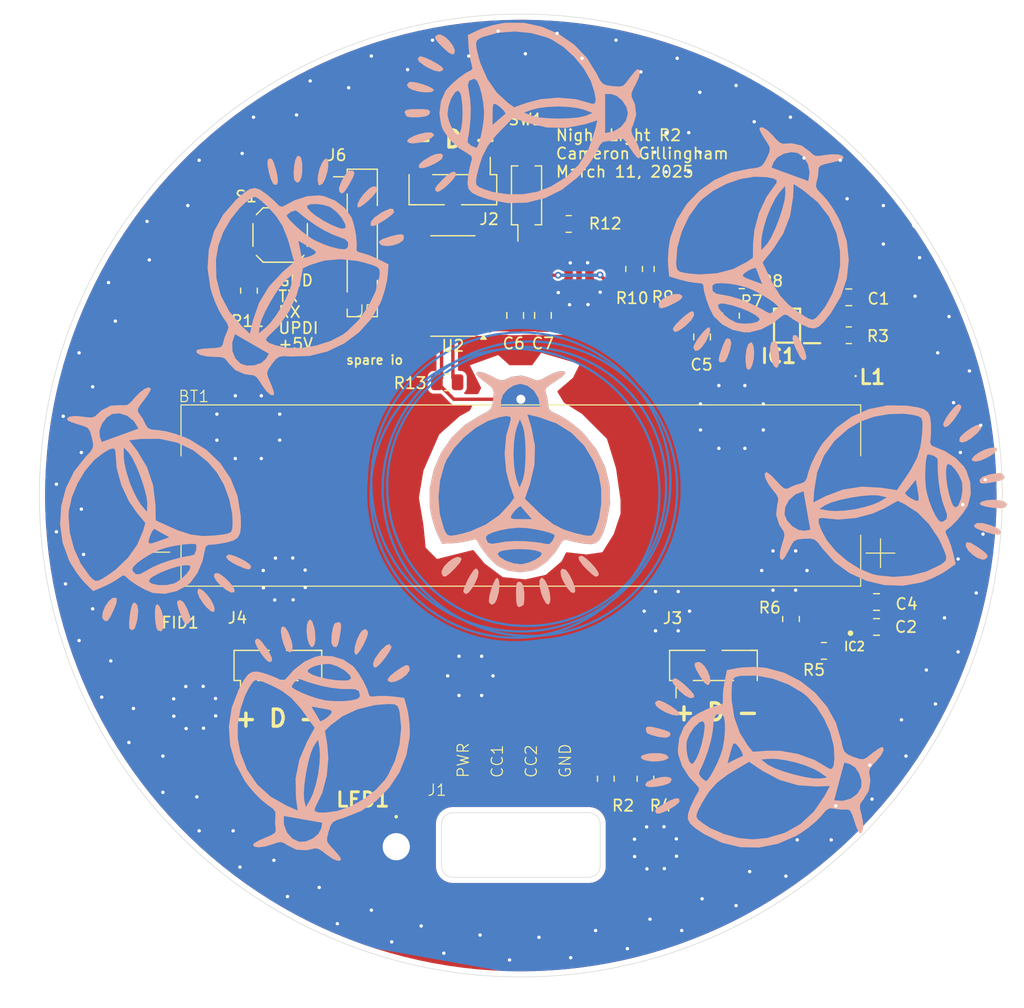
<source format=kicad_pcb>
(kicad_pcb (version 20221018) (generator pcbnew)
  (layers (0 "F.Cu" signal) (31 "B.Cu" signal) (34 "B.Paste" user) (35 "F.Paste" user) (36 "B.SilkS" user "B.Silkscreen") (37 "F.SilkS" user "F.Silkscreen") (38 "B.Mask" user) (39 "F.Mask" user) (44 "Edge.Cuts" user))
  (net 0 "")
  (net 1 "Return")
  (net 2 "VBATT")
  (net 3 "GND")
  (net 4 "+5V")
  (net 5 "Net-(IC1-LX)")
  (net 6 "Net-(IC1-EN)")
  (net 7 "Net-(IC1-FB)")
  (net 9 "Net-(IC2-VDD_1)")
  (net 10 "LED_DATA")
  (net 11 "Net-(LED1-K)")
  (net 12 "PA_1")
  (net 13 "PA_2")
  (net 14 "PA_3")
  (net 15 "TX")
  (net 16 "RX")
  (net 17 "UPDI")
  (net 18 "Send")
  (net 19 "Net-(J1-CC1)")
  (net 21 "Tilt_SW")
  (net 22 "RST_SW")
  (net 23 "Batt_M")
  (net 24 "Net-(J1-CC2)")
  (net 25 "Net-(J3-Pin_2)")
  (net 27 "Net-(IC2-STAT)")
  (net 28 "Net-(IC2-PROG)")
  (footprint "Capacitor_SMD:C_0805_2012Metric" (layer "F.Cu") (at 149.5 84.1 90)
    (fp_text reference "C6")
    (fp_text value "22uF")
  )
  (footprint "Resistor_SMD:R_0805_2012Metric" (layer "F.Cu") (at 162.5 80 -90)
    (fp_text reference "R9")
    (fp_text value "0")
  )
  (footprint "Resistor_SMD:R_0805_2012Metric" (layer "F.Cu") (at 157.5 125 -90)
    (fp_text reference "R2")
    (fp_text value "5.1k")
  )
  (footprint "Resistor_SMD:R_0805_2012Metric" (layer "F.Cu") (at 161 125 -90)
    (fp_text reference "R4")
    (fp_text value "5.1k")
  )
  (footprint "Capacitor_SMD:C_0805_2012Metric" (layer "F.Cu") (at 178.95 82.5 180)
    (fp_text reference "C1")
    (fp_text value "22uF")
  )
  (footprint "SRN2510BTA-2R2M:SRN2510BTA2R2M" (layer "F.Cu") (at 177.4 89.45 180)
    (fp_text reference "L1")
    (fp_text value "SRN2510BTA-2R2M" hide)
  )
  (footprint "Resistor_SMD:R_0805_2012Metric" (layer "F.Cu") (at 160 80 90)
    (fp_text reference "R10")
    (fp_text value "0")
  )
  (footprint "Fiducial:Fiducial_1.5mm_Mask3mm" (layer "F.Cu") (at 119.925 113.7)
    (fp_text reference "FID1")
    (fp_text value "Fiducial")
  )
  (footprint "Resistor_SMD:R_0805_2012Metric" (layer "F.Cu") (at 154.225 76.025 180)
    (fp_text reference "R12")
    (fp_text value "10k")
  )
  (footprint "Capacitor_SMD:C_0805_2012Metric" (layer "F.Cu") (at 181.4 109.4)
    (fp_text reference "C4")
    (fp_text value "4.7uF")
  )
  (footprint "Package_SO:SOIC-14_3.9x8.7mm_P1.27mm" (layer "F.Cu") (at 144 81.5 180)
    (fp_text reference "U2")
    (fp_text value "ATtiny1614-SS")
  )
  (footprint "Resistor_SMD:R_0805_2012Metric" (layer "F.Cu") (at 126 81.9125 90)
    (fp_text reference "R11")
    (fp_text value "10k")
  )
  (footprint "Resistor_SMD:R_0805_2012Metric" (layer "F.Cu") (at 173.85 110.9 90)
    (fp_text reference "R6")
    (fp_text value "1K")
  )
  (footprint "Resistor_SMD:R_0805_2012Metric" (layer "F.Cu") (at 176.755 113.7125)
    (fp_text reference "R5")
    (fp_text value "5.1K")
  )
  (footprint "Connector_PinHeader_2.54mm:PinHeader_1x03_P2.54mm_Vertical_SMD_Pin1Left" (layer "F.Cu") (at 144 73 -90)
    (fp_text reference "J2")
    (fp_text value "Conn_01x03")
  )
  (footprint "KiCad-SMTLED:INS124ARUW" (layer "F.Cu") (at 139 131)
    (fp_text reference "LED1")
    (fp_text value "IN-S124ARUW" hide)
  )
  (footprint "Resistor_SMD:R_0805_2012Metric" (layer "F.Cu") (at 168.55 84.125 -90)
    (fp_text reference "R7")
    (fp_text value "750K")
  )
  (footprint "PAM2401:SOP65P490X110-8N" (layer "F.Cu") (at 173.5 85 180)
    (fp_text reference "IC1")
    (fp_text value "PAM2401SCADJ" hide)
  )
  (footprint "PTS526_SM08_SMTR2_LFS:SW_PTS526_SM08_SMTR2_LFS" (layer "F.Cu") (at 128.75 77)
    (fp_text reference "S1")
    (fp_text value "PTS526_SM08_SMTR2_LFS")
  )
  (footprint "Connector_PinSocket_2.54mm:PinSocket_1x05_P2.54mm_Vertical_SMD_Pin1Left" (layer "F.Cu") (at 136 77.7)
    (fp_text reference "J6")
    (fp_text value "Conn_01x05_Pin")
  )
  (footprint "Connector_PinHeader_2.54mm:PinHeader_1x03_P2.54mm_Vertical_SMD_Pin1Left" (layer "F.Cu") (at 167 115 90)
    (fp_text reference "J3")
    (fp_text value "Conn_01x03")
  )
  (footprint "Connector_PinHeader_2.54mm:PinHeader_2x01_P2.54mm_Vertical_SMD" (layer "F.Cu") (at 150.5 73.5 90)
    (fp_text reference "SW1")
    (fp_text value "TILT")
  )
  (footprint "Capacitor_SMD:C_0805_2012Metric" (layer "F.Cu") (at 166 86 -90)
    (fp_text reference "C5")
    (fp_text value "22uF")
  )
  (footprint "MCP73123T-22SI_MF:SON50P300X300X100-11N-D" (layer "F.Cu") (at 177.2 110.5 180)
    (fp_text reference "IC2")
    (fp_text value "MCP73123T-22SI_MF" hide)
  )
  (footprint "myFootprintDesigns:14500 Holder" (layer "F.Cu") (at 150 100)
    (fp_text reference "BT1")
    (fp_text value "Battery_Cell")
  )
  (footprint "myFootprintDesigns:spares_1*3" (layer "F.Cu") (at 135.3 86.7)
    (fp_text reference "J5")
    (fp_text value "Conn_01x03")
  )
  (footprint "Connector_PinHeader_2.54mm:PinHeader_1x03_P2.54mm_Vertical_SMD_Pin1Left" (layer "F.Cu") (at 128.55 115 90)
    (fp_text reference "J4")
    (fp_text value "Conn_01x03")
  )
  (footprint "Resistor_SMD:R_0805_2012Metric" (layer "F.Cu") (at 143.5 90 180)
    (fp_text reference "R13")
    (fp_text value "1M")
  )
  (footprint "Capacitor_SMD:C_0805_2012Metric" (layer "F.Cu") (at 181.4 111.6)
    (fp_text reference "C2")
    (fp_text value "4.7uF")
  )
  (footprint "myFootprintDesigns:USB-C_PWR" (layer "F.Cu") (at 150 131)
    (fp_text reference "J1")
    (fp_text value "USB_C_Receptacle_PowerOnly_6P")
    (fp_line (start -7 -2) (end -7 1.7) (stroke (width 0.05)) (layer "Edge.Cuts"))
    (fp_line (start -6 2.7) (end 6 2.7) (stroke (width 0.05)) (layer "Edge.Cuts"))
    (fp_line (start 6 -3) (end -6 -3) (stroke (width 0.05)) (layer "Edge.Cuts"))
    (fp_line (start 7 -2) (end 7 1.7) (stroke (width 0.05)) (layer "Edge.Cuts"))
    (fp_arc (start -7 -2) (mid -6.707107 -2.707107) (end -6 -3) (stroke (width 0.05)) (layer "Edge.Cuts"))
    (fp_arc (start -6 2.7) (mid -6.707107 2.407107) (end -7 1.7) (stroke (width 0.05)) (layer "Edge.Cuts"))
    (fp_arc (start 6 -3) (mid 6.707107 -2.707107) (end 7 -2) (stroke (width 0.05)) (layer "Edge.Cuts"))
    (fp_arc (start 7 1.7) (mid 6.707107 2.407107) (end 6 2.7) (stroke (width 0.05)) (layer "Edge.Cuts"))
  )
  (footprint "Resistor_SMD:R_0805_2012Metric" (layer "F.Cu") (at 178.95 85.85 180)
    (fp_text reference "R3")
    (fp_text value "750K")
  )
  (footprint "Capacitor_SMD:C_0805_2012Metric" (layer "F.Cu") (at 151.95 84.1 90)
    (fp_text reference "C7")
    (fp_text value "0.1uF")
  )
  (footprint "Resistor_SMD:R_0805_2012Metric" (layer "F.Cu") (at 169.5 81 180)
    (fp_text reference "R8")
    (fp_text value "100K")
  )
  (footprint "myFootprintDesigns:fireflyTouchNB" (layer "B.Cu") (at 171.45 77.47 160)
    (fp_text reference "U5" hide)
    (fp_text value "~")
  )
  (footprint "myFootprintDesigns:fireflyTouchNB" (layer "B.Cu") (at 181.44969 100.403849 -80)
    (fp_text reference "U4" hide)
    (fp_text value "~")
  )
  (footprint "myFootprintDesigns:fireflyTouchNB" (layer "B.Cu") (at 151.180084 66.103792 90)
    (fp_text reference "U3" hide)
    (fp_text value "~")
  )
  (footprint "myFootprintDesigns:fireflyTouchNB" (layer "B.Cu") (at 116.6 100.625 -160)
    (fp_text reference "U7" hide)
    (fp_text value "~")
  )
  (footprint "myFootprintDesigns:fireflyTouchNB" (layer "B.Cu") (at 132.025 122.45 -10)
    (fp_text reference "U9" hide)
    (fp_text value "~")
  )
  (footprint "myFootprintDesigns:fireflyTouchNB" (layer "B.Cu") (at 172.1 123.45 75)
    (fp_text reference "U8" hide)
    (fp_text value "~")
  )
  (footprint "myFootprintDesigns:fireflyTouch" (layer "B.Cu") (at 150 100 180)
    (fp_text reference "B1" hide)
    (fp_text value "~")
  )
  (footprint "myFootprintDesigns:fireflyTouchNB" (layer "B.Cu") (at 129.54 81.28 -30)
    (fp_text reference "U6" hide)
    (fp_text value "~")
  )
  (gr_circle (center 150.513003 99.2) (end 138.200177 99.266118) (stroke (width 0.2)) (fill none) (layer "B.Cu"))
  (gr_circle (center 150 98.8) (end 163.2 98.8) (stroke (width 0.2)) (fill none) (layer "B.Cu"))
  (gr_circle (center 150.8 99.4) (end 163.8 99.4) (stroke (width 0.2)) (fill none) (layer "B.Cu"))
  (gr_circle (center 149.486997 99.8) (end 162.236997 99.8) (stroke (width 0.2)) (fill none) (layer "B.Cu"))
  (gr_circle locked (center 185 76) (end 185.000001 76) (stroke (width 0.05)) (fill none) (layer "Edge.Cuts"))
  (gr_circle (center 150 100) (end 192.5 100) (stroke (width 0.05)) (fill none) (layer "Edge.Cuts"))
  (gr_text "GND\n" (at 128.5 81.6) (layer "F.SilkS") (effects (font (size 1 1)) (justify left bottom)))
  (gr_text "TX\n" (at 128.5 83) (layer "F.SilkS") (effects (font (size 1 1)) (justify left bottom)))
  (gr_text "+5V\n" (at 128.5 87.2) (layer "F.SilkS") (effects (font (size 1 1)) (justify left bottom)))
  (gr_text "- D +" (at 140.1 69.425) (layer "F.SilkS") (effects (font (size 1.5 1.5) (thickness 0.3) bold) (justify left bottom)))
  (gr_text "spare io" (at 134.5 88.5) (layer "F.SilkS") (effects (font (size 0.8 0.8) (thickness 0.15) bold) (justify left bottom)))
  (gr_text "RX\n\n" (at 128.5 86) (layer "F.SilkS") (effects (font (size 1 1)) (justify left bottom)))
  (gr_text "UPDI\n" (at 128.5 85.8) (layer "F.SilkS") (effects (font (size 1 1)) (justify left bottom)))
  (gr_text "+ D -" (at 124.6 120.55) (layer "F.SilkS") (effects (font (size 1.5 1.5) (thickness 0.3) bold) (justify left bottom)))
  (gr_text "+ D -" (at 163.275 120) (layer "F.SilkS") (effects (font (size 1.5 1.5) (thickness 0.3) bold) (justify left bottom)))
  (gr_text "Night Light R2\nCameron Gillingham\nMarch 11, 2025" (at 153 72) (layer "F.SilkS") (effects (font (size 1 1)) (justify left bottom)))
  (segment (start 143 84.000001) (end 143 89.5875) (width 0.3) (layer "F.Cu") (net 1))
  (segment (start 146.475 81.5) (end 145.500001 81.5) (width 0.3) (layer "F.Cu") (net 1))
  (segment (start 142.5875 90) (end 144.0875 91.5) (width 0.3) (layer "F.Cu") (net 1))
  (segment (start 144.0875 91.5) (end 150 91.5) (width 0.3) (layer "F.Cu") (net 1))
  (segment (start 143 89.5875) (end 142.5875 90) (width 0.3) (layer "F.Cu") (net 1))
  (segment (start 145.500001 81.5) (end 143 84.000001) (width 0.3) (layer "F.Cu") (net 1))
  (segment (start 178.8375 79.0875) (end 179.9 80.15) (width 0.3) (layer "F.Cu") (net 2))
  (segment (start 162.5 79.0875) (end 178.8375 79.0875) (width 0.3) (layer "F.Cu") (net 2))
  (segment (start 179.9 80.15) (end 179.9 82.5) (width 0.3) (layer "F.Cu") (net 2))
  (segment (start 178.725 93) (end 178.775 93.05) (width 0.5) (layer "F.Cu") (net 2))
  (via (at 162.82 71.43) (size 0.6) (drill 0.3) (layers "F.Cu" "B.Cu") (net 3))
  (via (at 153.304621 82.082249) (size 0.6) (drill 0.3) (layers "F.Cu" "B.Cu") (net 3))
  (via (at 127.274621 108.147093) (size 0.6) (drill 0.3) (layers "F.Cu" "B.Cu") (net 3))
  (via (at 188.6 113.8) (size 0.6) (drill 0.3) (layers "F.Cu" "B.Cu") (net 3))
  (via (at 119.35 117.95) (size 0.6) (drill 0.3) (layers "F.Cu" "B.Cu") (net 3))
  (via (at 186.6 118.4) (size 0.6) (drill 0.3) (layers "F.Cu" "B.Cu") (net 3))
  (via (at 155.4 61.4) (size 0.6) (drill 0.3) (layers "F.Cu" "B.Cu") (net 3))
  (via (at 120.6 74.4) (size 0.6) (drill 0.3) (layers "F.Cu" "B.Cu") (net 3))
  (via (at 154.364169 79.459777) (size 0.6) (drill 0.3) (layers "F.Cu" "B.Cu") (net 3))
  (via (at 189.6 89) (size 0.6) (drill 0.3) (layers "F.Cu" "B.Cu") (net 3))
  (via (at 119.363359 119.480675) (size 0.6) (drill 0.3) (layers "F.Cu" "B.Cu") (net 3))
  (via (at 117.2 79.2) (size 0.6) (drill 0.3) (layers "F.Cu" "B.Cu") (net 3))
  (via (at 128.709998 92.813898) (size 0.6) (drill 0.3) (layers "F.Cu" "B.Cu") (net 3))
  (via (at 160.031262 130.341574) (size 0.6) (drill 0.3) (layers "F.Cu" "B.Cu") (net 3))
  (via (at 169.776412 90.29031) (size 0.6) (drill 0.3) (layers "F.Cu" "B.Cu") (net 3))
  (via (at 165.8 64.4) (size 0.6) (drill 0.3) (layers "F.Cu" "B.Cu") (net 3))
  (via (at 123.045379 117.917751) (size 0.6) (drill 0.3) (layers "F.Cu" "B.Cu") (net 3))
  (via (at 125.4 69.8) (size 0.6) (drill 0.3) (layers "F.Cu" "B.Cu") (net 3))
  (via (at 153.2 59.2) (size 0.6) (drill 0.3) (layers "F.Cu" "B.Cu") (net 3))
  (via (at 171.26 106.62) (size 0.6) (drill 0.3) (layers "F.Cu" "B.Cu") (net 3))
  (via (at 190.8 103.4) (size 0.6) (drill 0.3) (layers "F.Cu" "B.Cu") (net 3))
  (via (at 178.2 70.4) (size 0.6) (drill 0.3) (layers "F.Cu" "B.Cu") (net 3))
  (via (at 181 126.8) (size 0.6) (drill 0.3) (layers "F.Cu" "B.Cu") (net 3))
  (via (at 171.4 94.21) (size 0.6) (drill 0.3) (layers "F.Cu" "B.Cu") (net 3))
  (via (at 184 123) (size 0.6) (drill 0.3) (layers "F.Cu" "B.Cu") (net 3))
  (via (at 120.448738 120.568426) (size 0.6) (drill 0.3) (layers "F.Cu" "B.Cu") (net 3))
  (via (at 127.086412 91.19031) (size 0.6) (drill 0.3) (layers "F.Cu" "B.Cu") (net 3))
  (via (at 143.2 140.4) (size 0.6) (drill 0.3) (layers "F.Cu" "B.Cu") (net 3))
  (via (at 136.8 136.6) (size 0.6) (drill 0.3) (layers "F.Cu" "B.Cu") (net 3))
  (via (at 109.8 107.8) (size 0.6) (drill 0.3) (layers "F.Cu" "B.Cu") (net 3))
  (via (at 138.6 139.4) (size 0.6) (drill 0.3) (layers "F.Cu" "B.Cu") (net 3))
  (via (at 191 98.6) (size 0.6) (drill 0.3) (layers "F.Cu" "B.Cu") (net 3))
  (via (at 112.2 90.4) (size 0.6) (drill 0.3) (layers "F.Cu" "B.Cu") (net 3))
  (via (at 118.4 126.2) (size 0.6) (drill 0.3) (layers "F.Cu" "B.Cu") (net 3))
  (via (at 164.2 138.4) (size 0.6) (drill 0.3) (layers "F.Cu" "B.Cu") (net 3))
  (via (at 173.4 133.6) (size 0.6) (drill 0.3) (layers "F.Cu" "B.Cu") (net 3))
  (via (at 164.82 67.965898) (size 0.6) (drill 0.3) (layers "F.Cu" "B.Cu") (net 3))
  (via (at 109.6 93) (size 0.6) (drill 0.3) (layers "F.Cu" "B.Cu") (net 3))
  (via (at 178.8 73.8) (size 0.6) (drill 0.3) (layers "F.Cu" "B.Cu") (net 3))
  (via (at 170.2 133.2) (size 0.6) (drill 0.3) (layers "F.Cu" "B.Cu") (net 3))
  (via (at 114.2 84.6) (size 0.6) (drill 0.3) (layers "F.Cu" "B.Cu") (net 3))
  (via (at 166 135.6) (size 0.6) (drill 0.3) (layers "F.Cu" "B.Cu") (net 3))
  (via (at 151.6 139) (size 0.6) (drill 0.3) (layers "F.Cu" "B.Cu") (net 3))
  (via (at 163.726641 130.309325) (size 0.6) (drill 0.3) (layers "F.Cu" "B.Cu") (net 3))
  (via (at 162.82 67.965898) (size 0.6) (drill 0.3) (layers "F.Cu" "B.Cu") (net 3))
  (via (at 128.71 95.11) (size 0.6) (drill 0.3) (layers "F.Cu" "B.Cu") (net 3))
  (via (at 164.89 110.207949) (size 0.6) (drill 0.3) (layers "F.Cu" "B.Cu") (net 3))
  (via (at 183.6 119.8) (size 0.6) (drill 0.3) (layers "F.Cu" "B.Cu") (net 3))
  (via (at 123.166722 92.813898) (size 0.6) (drill 0.3) (layers "F.Cu" "B.Cu") (net 3))
  (via (at 121.4 126.6) (size 0.6) (drill 0.3) (layers "F.Cu" "B.Cu") (net 3))
  (via (at 113 117.8) (size 0.6) (drill 0.3) (layers "F.Cu" "B.Cu") (net 3))
  (via (at 187.4 110.8) (size 0.6) (drill 0.3) (layers "F.Cu" "B.Cu") (net 3))
  (via (at 160.6 62.6) (size 0.6) (drill 0.3) (layers "F.Cu" "B.Cu") (net 3))
  (via (at 155.894844 79.446418) (size 0.6) (drill 0.3) (layers "F.Cu" "B.Cu") (net 3))
  (via (at 161.4 137.4) (size 0.6) (drill 0.3) (layers "F.Cu" "B.Cu") (net 3))
  (via (at 136.8 61.2) (size 0.6) (drill 0.3) (layers "F.Cu" "B.Cu") (net 3))
  (via (at 165.856722 91.913898) (size 0.6) (drill 0.3) (layers "F.Cu" "B.Cu") (net 3))
  (via (at 111 112.8) (size 0.6) (drill 0.3) (layers "F.Cu" "B.Cu") (net 3))
  (via (at 111.4 105.2) (size 0.6) (drill 0.3) (layers "F.Cu" "B.Cu") (net 3))
  (via (at 124.79031 96.733588) (size 0.6) (drill 0.3) (layers "F.Cu" "B.Cu") (net 3))
  (via (at 190.6 93.8) (size 0.6) (drill 0.3) (layers "F.Cu" "B.Cu") (net 3))
  (via (at 129.897093 109.206641) (size 0.6) (drill 0.3) (layers "F.Cu" "B.Cu") (net 3))
  (via (at 188.6 105.6) (size 0.6) (drill 0.3) (layers "F.Cu" "B.Cu") (net 3))
  (via (at 163.89 111.94) (size 0.6) (drill 0.3) (layers "F.Cu" "B.Cu") (net 3))
  (via (at 121.953582 116.844844) (size 0.6) (drill 0.3) (layers "F.Cu" "B.Cu") (net 3))
  (via (at 155.927093 83.141797) (size 0.6) (drill 0.3) (layers "F.Cu" "B.Cu") (net 3))
  (via (at 169 63.8) (size 0.6) (drill 0.3) (layers "F.Cu" "B.Cu") (net 3))
  (via (at 147.54 115.917949) (size 0.6) (drill 0.3) (layers "F.Cu" "B.Cu") (net 3))
  (via (at 148 59) (size 0.6) (drill 0.3) (layers "F.Cu" "B.Cu") (net 3))
  (via (at 111 87.4) (size 0.6) (drill 0.3) (layers "F.Cu" "B.Cu") (net 3))
  (via (at 112.2 110) (size 0.6) (drill 0.3) (layers "F.Cu" "B.Cu") (net 3))
  (via (at 121.6 70.4) (size 0.6) (drill 0.3) (layers "F.Cu" "B.Cu") (net 3))
  (via (at 125.2 132.8) (size 0.6) (drill 0.3) (layers "F.Cu" "B.Cu") (net 3))
  (via (at 146.54 117.65) (size 0.6) (drill 0.3) (layers "F.Cu" "B.Cu") (net 3))
  (via (at 131.4 63.4) (size 0.6) (drill 0.3) (layers "F.Cu" "B.Cu") (net 3))
  (via (at 162.634844 129.236418) (size 0.6) (drill 0.3) (layers "F.Cu" "B.Cu") (net 3))
  (via (at 142.2 59.8) (size 0.6) (drill 0.3) (layers "F.Cu" "B.Cu") (net 3))
  (via (at 159.4 140) (size 0.6) (drill 0.3) (layers "F.Cu" "B.Cu") (net 3))
  (via (at 123.058738 119.448426) (size 0.6) (drill 0.3) (layers "F.Cu" "B.Cu") (net 3))
  (via (at 160.89 110.207949) (size 0.6) (drill 0.3) (layers "F.Cu" "B.Cu") (net 3))
  (via (at 161.89 111.94) (size 0.6) (drill 0.3) (layers "F.Cu" "B.Cu") (net 3))
  (via (at 186.8 87.4) (size 0.6) (drill 0.3) (layers "F.Cu" "B.Cu") (net 3))
  (via (at 126.4 66.6) (size 0.6) (drill 0.3) (layers "F.Cu" "B.Cu") (net 3))
  (via (at 164.82 71.43) (size 0.6) (drill 0.3) (layers "F.Cu" "B.Cu") (net 3))
  (via (at 124.6 129.6) (size 0.6) (drill 0.3) (layers "F.Cu" "B.Cu") (net 3))
  (via (at 175.26 106.62) (size 0.6) (drill 0.3) (layers "F.Cu" "B.Cu") (net 3))
  (via (at 169 136.2) (size 0.6) (drill 0.3) (layers "F.Cu" "B.Cu") (net 3))
  (via (at 172.26 108.352051) (size 0.6) (drill 0.3) (layers "F.Cu" "B.Cu") (net 3))
  (via (at 173.8 66.6) (size 0.6) (drill 0.3) (layers "F.Cu" "B.Cu") (net 3))
  (via (at 157 82.05) (size 0.6) (drill 0.3) (layers "F.Cu" "B.Cu") (net 3))
  (via (at 127.261262 106.616418) (size 0.6) (drill 0.3) (layers "F.Cu" "B.Cu") (net 3))
  (via (at 117 75.8) (size 0.6) (drill 0.3) (layers "F.Cu" "B.Cu") (net 3))
  (via (at 154.4 140.8) (size 0.6) (drill 0.3) (layers "F.Cu" "B.Cu") (net 3))
  (via (at 129.4 135.4) (size 0.6) (drill 0.3) (layers "F.Cu" "B.Cu") (net 3))
  (via (at 146.54 114.185898) (size 0.6) (drill 0.3) (layers "F.Cu" "B.Cu") (net 3))
  (via (at 140 62.4) (size 0.6) (drill 0.3) (layers "F.Cu" "B.Cu") (net 3))
  (via (at 120.422907 116.858203) (size 0.6) (drill 0.3) (layers "F.Cu" "B.Cu") (net 3))
  (via (at 161.89 108.475898) (size 0.6) (drill 0.3) (layers "F.Cu" "B.Cu") (net 3))
  (via (at 128.27 109.22) (size 0.6) (drill 0.3) (layers "F.Cu" "B.Cu") (net 3))
  (via (at 111.2 96.2) (size 0.6) (drill 0.3) (layers "F.Cu" "B.Cu") (net 3))
  (via (at 180.8 123.8) (size 0.6) (drill 0.3) (layers "F.Cu" "B.Cu") (net 3))
  (via (at 160.044621 131.872249) (size 0.6) (drill 0.3) (layers "F.Cu" "B.Cu") (net 3))
  (via (at 111.2 101.2) (size 0.6) (drill 0.3) (layers "F.Cu" "B.Cu") (net 3))
  (via (at 170.6 67) (size 0.6) (drill 0.3) (layers "F.Cu" "B.Cu") (net 3))
  (via (at 189 100.8) (size 0.6) (drill 0.3) (layers "F.Cu" "B.Cu") (net 3))
  (via (at 115.8 118.8) (size 0.6) (drill 0.3) (layers "F.Cu" "B.Cu") (net 3))
  (via (at 169.776412 95.833586) (size 0.6) (drill 0.3) (layers "F.Cu" "B.Cu") (net 3))
  (via (at 143.54 115.917949) (size 0.6) (drill 0.3) (layers "F.Cu" "B.Cu") (net 3))
  (via (at 174.26 108.352051) (size 0.6) (drill 0.3) (layers "F.Cu" "B.Cu") (net 3))
  (via (at 184.8 82.4) (size 0.6) (drill 0.3) (layers "F.Cu" "B.Cu") (net 3))
  (via (at 158.4 59.8) (size 0.6) (drill 0.3) (layers "F.Cu" "B.Cu") (net 3))
  (via (at 128.334169 105.524621) (size 0.6) (drill 0.3) (layers "F.Cu" "B.Cu") (net 3))
  (via (at 161.13 132.96) (size 0.6) (drill 0.3) (layers "F.Cu" "B.Cu") (net 3))
  (via (at 141.2 138) (size 0.6) (drill 0.3) (layers "F.Cu" "B.Cu") (net 3))
  (via (at 132.2 134.6) (size 0.6) (drill 0.3) (layers "F.Cu" "B.Cu") (net 3))
  (via (at 115.4 121.8) (size 0.6) (drill 0.3) (layers "F.Cu" "B.Cu") (net 3))
  (via (at 185.8 115.4) (size 0.6) (drill 0.3) (layers "F.Cu" "B.Cu") (net 3))
  (via (at 130.97 108.114844) (size 0.6) (drill 0.3) (layers "F.Cu" "B.Cu") (net 3))
  (via (at 171.399998 91.913898) (size 0.6) (drill 0.3) (layers "F.Cu" "B.Cu") (net 3))
  (via (at 113.6 81.2) (size 0.6) (drill 0.3) (layers "F.Cu" "B.Cu") (net 3))
  (via (at 144.54 117.65) (size 0.6) (drill 0.3) (layers "F.Cu" "B.Cu") (net 3))
  (via (at 187.8 84.2) (size 0.6) (drill 0.3) (layers "F.Cu" "B.Cu") (net 3))
  (via (at 175 70.2) (size 0.6) (drill 0.3) (layers "F.Cu" "B.Cu") (net 3))
  (via (at 188.8 96.2) (size 0.6) (drill 0.3) (layers "F.Cu" "B.Cu") (net 3))
  (via (at 109 103.2) (size 0.6) (drill 0.3) (layers "F.Cu" "B.Cu") (net 3))
  (via (at 165.82 69.697949) (size 0.6) (drill 0.3) (layers "F.Cu" "B.Cu") (net 3))
  (via (at 156.6 138.4) (size 0.6) (drill 0.3) (layers "F.Cu" "B.Cu") (net 3))
  (via (at 185.2 79) (size 0.6) (drill 0.3) (layers "F.Cu" "B.Cu") (net 3))
  (via (at 129.864844 105.511262) (size 0.6) (drill 0.3) (layers "F.Cu" "B.Cu") (net 3))
  (via (at 124.79031 91.190312) (size 0.6) (drill 0.3) (layers "F.Cu" "B.Cu") (net 3))
  (via (at 163.8 61.4) (size 0.6) (drill 0.3) (layers "F.Cu" "B.Cu") (net 3))
  (via (at 174.4 130.4) (size 0.6) (drill 0.3) (layers "F.Cu" "B.Cu") (net 3))
  (via (at 163.74 131.84) (size 0.6) (drill 0.3) (layers "F.Cu" "B.Cu") (net 3))
  (via (at 118.4 123) (size 0.6) (drill 0.3) (layers "F.Cu" "B.Cu") (net 3))
  (via (at 149 141) (size 0.6) (drill 0.3) (layers "F.Cu" "B.Cu") (net 3))
  (via (at 128.2 132.2) (size 0.6) (drill 0.3) (layers "F.Cu" "B.Cu") (net 3))
  (via (at 121.985831 120.540223) (size 0.6) (drill 0.3) (layers "F.Cu" "B.Cu") (net 3))
  (via (at 165.856724 94.21) (size 0.6) (drill 0.3) (layers "F.Cu" "B.Cu") (net 3))
  (via (at 134.8 64) (size 0.6) (drill 0.3) (layers "F.Cu" "B.Cu") (net 3))
  (via (at 177.8 127.4) (size 0.6) (drill 0.3) (layers "F.Cu" "B.Cu") (net 3))
  (via (at 177.4 130.4) (size 0.6) (drill 0.3) (layers "F.Cu" "B.Cu") (net 3))
  (via (at 154.3 83.155156) (size 0.6) (drill 0.3) (layers "F.Cu" "B.Cu") (net 3))
  (via (at 182 77.8) (size 0.6) (drill 0.3) (layers "F.Cu" "B.Cu") (net 3))
  (via (at 144.54 114.185898) (size 0.6) (drill 0.3) (layers "F.Cu" "B.Cu") (net 3))
  (via (at 145.4 61.2) (size 0.6) (drill 0.3) (layers "F.Cu" "B.Cu") (net 3))
  (via (at 127.086412 96.733586) (size 0.6) (drill 0.3) (layers "F.Cu" "B.Cu") (net 3))
  (via (at 161.82 69.697949) (size 0.6) (drill 0.3) (layers "F.Cu" "B.Cu") (net 3))
  (via (at 182 74.4) (size 0.6) (drill 0.3) (layers "F.Cu" "B.Cu") (net 3))
  (via (at 130.2 66.4) (size 0.6) (drill 0.3) (layers "F.Cu" "B.Cu") (net 3))
  (via (at 190.2 108.6) (size 0.6) (drill 0.3) (layers "F.Cu" "B.Cu") (net 3))
  (via (at 188.2 91.8) (size 0.6) (drill 0.3) (layers "F.Cu" "B.Cu") (net 3))
  (via (at 172.26 104.887949) (size 0.6) (drill 0.3) (layers "F.Cu" "B.Cu") (net 3))
  (via (at 146.4 138.8) (size 0.6) (drill 0.3) (layers "F.Cu" "B.Cu") (net 3))
  (via (at 163.89 108.475898) (size 0.6) (drill 0.3) (layers "F.Cu" "B.Cu") (net 3))
  (via (at 130.956641 106.584169) (size 0.6) (drill 0.3) (layers "F.Cu" "B.Cu") (net 3))
  (via (at 113.8 114.6) (size 0.6) (drill 0.3) (layers "F.Cu" "B.Cu") (net 3))
  (via (at 167.48031 95.833588) (size 0.6) (drill 0.3) (layers "F.Cu" "B.Cu") (net 3))
  (via (at 174.26 104.887949) (size 0.6) (drill 0.3) (layers "F.Cu" "B.Cu") (net 3))
  (via (at 133.8 137.8) (size 0.6) (drill 0.3) (layers "F.Cu" "B.Cu") (net 3))
  (via (at 109 99) (size 0.6) (drill 0.3) (layers "F.Cu" "B.Cu") (net 3))
  (via (at 167.48031 90.290312) (size 0.6) (drill 0.3) (layers "F.Cu" "B.Cu") (net 3))
  (via (at 161.104169 129.249777) (size 0.6) (drill 0.3) (layers "F.Cu" "B.Cu") (net 3))
  (via (at 123.166724 95.11) (size 0.6) (drill 0.3) (layers "F.Cu" "B.Cu") (net 3))
  (via (at 162.667093 132.931797) (size 0.6) (drill 0.3) (layers "F.Cu" "B.Cu") (net 3))
  (via (at 121.6 129.6) (size 0.6) (drill 0.3) (layers "F.Cu" "B.Cu") (net 3))
  (via (at 150.4 61) (size 0.6) (drill 0.3) (layers "F.Cu" "B.Cu") (net 3))
  (segment (start 155.1375 76.025) (end 155.1375 85.0625) (width 0.5) (layer "F.Cu") (net 4))
  (segment (start 166.345 116.655) (end 164.46 116.655) (width 0.5) (layer "F.Cu") (net 4))
  (segment (start 168.55 85.0375) (end 168.55 114.45) (width 0.5) (layer "F.Cu") (net 4))
  (segment (start 155.1375 76.025) (end 155.1375 74.6375) (width 0.5) (layer "F.Cu") (net 4))
  (segment (start 164.46 116.655) (end 162.39 118.725) (width 0.5) (layer "F.Cu") (net 4))
  (segment (start 126 116.645) (end 126.01 116.655) (width 0.5) (layer "F.Cu") (net 4))
  (segment (start 168.55 114.45) (end 166.345 116.655) (width 0.5) (layer "F.Cu") (net 4))
  (segment (start 126 82.825) (end 126 116.645) (width 0.5) (layer "F.Cu") (net 4))
  (segment (start 128.08 118.725) (end 126.01 116.655) (width 0.5) (layer "F.Cu") (net 4))
  (segment (start 148.745 73.55) (end 146.54 71.345) (width 0.5) (layer "F.Cu") (net 4))
  (segment (start 155.1375 74.6375) (end 154.05 73.55) (width 0.5) (layer "F.Cu") (net 4))
  (segment (start 126.045 82.78) (end 126 82.825) (width 0.5) (layer "F.Cu") (net 4))
  (segment (start 162.39 118.725) (end 128.08 118.725) (width 0.5) (layer "F.Cu") (net 4))
  (segment (start 154.05 73.55) (end 148.745 73.55) (width 0.5) (layer "F.Cu") (net 4))
  (segment (start 134.35 82.78) (end 126.045 82.78) (width 0.5) (layer "F.Cu") (net 4))
  (segment (start 177.9125 85.325) (end 177.9875 85.4) (width 0.3) (layer "F.Cu") (net 6))
  (segment (start 175.712 85.325) (end 177.9125 85.325) (width 0.3) (layer "F.Cu") (net 6))
  (segment (start 168.55 81.0375) (end 168.5875 81) (width 0.3) (layer "F.Cu") (net 7))
  (segment (start 169.0875 84.025) (end 168.55 83.4875) (width 0.3) (layer "F.Cu") (net 7))
  (segment (start 168.55 83.4875) (end 168.55 81.0375) (width 0.3) (layer "F.Cu") (net 7))
  (segment (start 171.288 84.025) (end 169.0875 84.025) (width 0.3) (layer "F.Cu") (net 7))
  (segment (start 139 132.56) (end 139.925 132.56) (width 0.3) (layer "F.Cu") (net 9))
  (segment (start 147.05 120.95) (end 145.5 122.5) (width 0.5) (layer "F.Cu") (net 9))
  (segment (start 145.5 122.5) (end 145.5 125.8685) (width 0.5) (layer "F.Cu") (net 9))
  (segment (start 180.45 118.775) (end 178.275 120.95) (width 0.5) (layer "F.Cu") (net 9))
  (segment (start 139.925 132.56) (end 140.85 131.635) (width 0.3) (layer "F.Cu") (net 9))
  (segment (start 140.85 127.3) (end 142.15 126) (width 0.3) (layer "F.Cu") (net 9))
  (segment (start 178.275 120.95) (end 147.05 120.95) (width 0.5) (layer "F.Cu") (net 9))
  (segment (start 180.45 111.95) (end 180.45 118.775) (width 0.5) (layer "F.Cu") (net 9))
  (segment (start 140.85 131.635) (end 140.85 127.3) (width 0.3) (layer "F.Cu") (net 9))
  (segment (start 142.15 126) (end 145.5 126) (width 0.3) (layer "F.Cu") (net 9))
  (segment (start 144 76.5) (end 142.81 77.69) (width 0.3) (layer "F.Cu") (net 10))
  (segment (start 142.81 77.69) (end 141.525 77.69) (width 0.3) (layer "F.Cu") (net 10))
  (segment (start 144 74.655) (end 144 76.5) (width 0.3) (layer "F.Cu") (net 10))
  (segment (start 173.85 118.275) (end 172.275 119.85) (width 0.3) (layer "F.Cu") (net 11))
  (segment (start 139 121.175) (end 139 129.44) (width 0.3) (layer "F.Cu") (net 11))
  (segment (start 140.325 119.85) (end 139 121.175) (width 0.3) (layer "F.Cu") (net 11))
  (segment (start 172.275 119.85) (end 140.325 119.85) (width 0.3) (layer "F.Cu") (net 11))
  (segment (start 173.85 111.8125) (end 173.85 118.275) (width 0.3) (layer "F.Cu") (net 11))
  (segment (start 141.525 81.5) (end 140.5 81.5) (width 0.3) (layer "F.Cu") (net 12))
  (segment (start 140.5 81.5) (end 135.3 86.7) (width 0.3) (layer "F.Cu") (net 12))
  (segment (start 141.525 82.77) (end 140.73 82.77) (width 0.3) (layer "F.Cu") (net 13))
  (segment (start 140.73 82.77) (end 136.8 86.7) (width 0.3) (layer "F.Cu") (net 13))
  (segment (start 140.96 84.04) (end 138.3 86.7) (width 0.3) (layer "F.Cu") (net 14))
  (segment (start 141.525 84.04) (end 140.96 84.04) (width 0.3) (layer "F.Cu") (net 14))
  (segment (start 142.935 72.325) (end 140.1 75.16) (width 0.3) (layer "F.Cu") (net 15))
  (segment (start 144.832106 72.325) (end 142.935 72.325) (width 0.3) (layer "F.Cu") (net 15))
  (segment (start 145.5 72.992894) (end 144.832106 72.325) (width 0.3) (layer "F.Cu") (net 15))
  (segment (start 146.475 77.69) (end 145.5 76.715) (width 0.3) (layer "F.Cu") (net 15))
  (segment (start 140.1 75.16) (end 137.65 75.16) (width 0.3) (layer "F.Cu") (net 15))
  (segment (start 145.5 76.715) (end 145.5 72.992894) (width 0.3) (layer "F.Cu") (net 15))
  (segment (start 145 78.459999) (end 145.500001 78.96) (width 0.3) (layer "F.Cu") (net 16))
  (segment (start 134.35 77.7) (end 138.5 77.7) (width 0.3) (layer "F.Cu") (net 16))
  (segment (start 145 73.2) (end 145 78.459999) (width 0.3) (layer "F.Cu") (net 16))
  (segment (start 143.375 72.825) (end 144.625 72.825) (width 0.3) (layer "F.Cu") (net 16))
  (segment (start 145.500001 78.96) (end 146.475 78.96) (width 0.3) (layer "F.Cu") (net 16))
  (segment (start 138.5 77.7) (end 143.375 72.825) (width 0.3) (layer "F.Cu") (net 16))
  (segment (start 144.625 72.825) (end 145 73.2) (width 0.3) (layer "F.Cu") (net 16))
  (segment (start 141.525 80.23) (end 137.66 80.23) (width 0.3) (layer "F.Cu") (net 17))
  (segment (start 137.66 80.23) (end 137.65 80.24) (width 0.3) (layer "F.Cu") (net 17))
  (segment (start 145.500001 82.77) (end 144 84.270001) (width 0.3) (layer "F.Cu") (net 18))
  (segment (start 144 89.5875) (end 144.4125 90) (width 0.3) (layer "F.Cu") (net 18))
  (segment (start 146.475 82.77) (end 145.500001 82.77) (width 0.3) (layer "F.Cu") (net 18))
  (segment (start 144 84.270001) (end 144 89.5875) (width 0.3) (layer "F.Cu") (net 18))
  (segment (start 159.4125 122.5) (end 161 124.0875) (width 0.3) (layer "F.Cu") (net 19))
  (segment (start 151.8685 122.5) (end 159.4125 122.5) (width 0.3) (layer "F.Cu") (net 19))
  (segment (start 148.5 125.8685) (end 151.8685 122.5) (width 0.3) (layer "F.Cu") (net 19))
  (segment (start 150.5 77.179999) (end 150.5 76.025) (width 0.3) (layer "F.Cu") (net 21))
  (segment (start 150.5 76.025) (end 153.3125 76.025) (width 0.3) (layer "F.Cu") (net 21))
  (segment (start 147.449999 80.23) (end 150.5 77.179999) (width 0.3) (layer "F.Cu") (net 21))
  (segment (start 146.475 80.23) (end 147.449999 80.23) (width 0.3) (layer "F.Cu") (net 21))
  (segment (start 150.525 76) (end 150.5 76.025) (width 0.3) (layer "F.Cu") (net 21))
  (segment (start 125.75 80.75) (end 126 81) (width 0.3) (layer "F.Cu") (net 22))
  (segment (start 125.75 78.85) (end 125.75 80.75) (width 0.3) (layer "F.Cu") (net 22))
  (segment (start 131.86 78.96) (end 131.75 78.85) (width 0.3) (layer "F.Cu") (net 22))
  (segment (start 141.525 78.96) (end 131.86 78.96) (width 0.3) (layer "F.Cu") (net 22))
  (segment (start 131.75 78.85) (end 125.75 78.85) (width 0.3) (layer "F.Cu") (net 22))
  (segment (start 146.891262 84.04) (end 150.379688 80.551574) (width 0.3) (layer "F.Cu") (net 23))
  (segment (start 157.379816 80.9125) (end 160 80.9125) (width 0.3) (layer "F.Cu") (net 23))
  (segment (start 146.475 84.04) (end 146.891262 84.04) (width 0.3) (layer "F.Cu") (net 23))
  (segment (start 162.5 80.9125) (end 160 80.9125) (width 0.3) (layer "F.Cu") (net 23))
  (segment (start 150.379688 80.551574) (end 153.291262 80.551574) (width 0.3) (layer "F.Cu") (net 23))
  (segment (start 156.986641 80.519325) (end 157.379816 80.9125) (width 0.3) (layer "F.Cu") (net 23))
  (via (at 156.986641 80.519325) (size 0.6) (drill 0.3) (layers "F.Cu" "B.Cu") (net 23))
  (via (at 153.291262 80.551574) (size 0.6) (drill 0.3) (layers "F.Cu" "B.Cu") (net 23))
  (segment (start 156.954392 80.551574) (end 156.986641 80.519325) (width 0.3) (layer "B.Cu") (net 23))
  (segment (start 153.291262 80.551574) (end 156.954392 80.551574) (width 0.3) (layer "B.Cu") (net 23))
  (segment (start 156.9125 123.5) (end 157.5 124.0875) (width 0.3) (layer "F.Cu") (net 24))
  (segment (start 152.5 123.5) (end 156.9125 123.5) (width 0.3) (layer "F.Cu") (net 24))
  (segment (start 151.5 125.8685) (end 151.5 124.5) (width 0.3) (layer "F.Cu") (net 24))
  (segment (start 151.5 124.5) (end 152.5 123.5) (width 0.3) (layer "F.Cu") (net 24))
  (segment (start 128.55 113.345) (end 167 113.345) (width 0.3) (layer "F.Cu") (net 25))
  (segment (start 175.7 110) (end 173.8625 110) (width 0.3) (layer "F.Cu") (net 27))
  (segment (start 173.8625 110) (end 173.85 109.9875) (width 0.3) (layer "F.Cu") (net 27))
  (zone (net 2) (net_name "VBATT") (layer "F.Cu") (priority 2) (connect_pads yes (clearance 0.025)) (min_thickness 0.025) (fill yes (thermal_gap 0.1) (thermal_bridge_width 0.5))
    (polygon (pts (xy 180 109) (xy 178 101.4) (xy 182.95 101.45) (xy 180.9 109)))
  )
  (zone (net 2) (net_name "VBATT") (layer "F.Cu") (priority 2) (connect_pads yes (clearance 0.025)) (min_thickness 0.025) (fill yes (thermal_gap 0.1) (thermal_bridge_width 0.5))
    (polygon (pts (xy 179.4 82.6) (xy 179.375 86.3) (xy 177.8 88.275) (xy 178.825 88.275) (xy 180.375 86.45) (xy 180.375 84.9) (xy 180.425 82.6)))
  )
  (zone (net 0) (net_name "") (layer "F.Cu") (connect_pads (clearance 0)) (min_thickness 0.025)
    (keepout (tracks allowed) (vias allowed) (pads allowed) (copperpour not_allowed) (footprints allowed))
    (fill (thermal_gap 0.1) (thermal_bridge_width 0.5))
    (polygon (pts (xy 145.775 71.475) (xy 145.15 72.2) (xy 145.85 72.95) (xy 145.85 73.75) (xy 147.125 72.75) (xy 145.95 72.7) (xy 145.9 71.475)))
  )
  (zone (net 2) (net_name "VBATT") (layer "F.Cu") (priority 2) (connect_pads yes (clearance 0.025)) (min_thickness 0.025) (fill yes (thermal_gap 0.1) (thermal_bridge_width 0.5))
    (polygon (pts (xy 176.325 84.475) (xy 176.35 84.875) (xy 179.35 84.825) (xy 180 84.85) (xy 180 83.675) (xy 176.3 84.475)))
  )
  (zone (net 2) (net_name "VBATT") (layer "F.Cu") (priority 2) (connect_pads yes (clearance 0.025)) (min_thickness 0.025) (fill yes (thermal_gap 0.1) (thermal_bridge_width 0.1))
    (polygon (pts (xy 178.3 109.85) (xy 178.3 110.65) (xy 179.1 110.65) (xy 179.1 110.15) (xy 180.5 110.15) (xy 180.5 109.35)))
  )
  (zone (net 28) (net_name "Net-(IC2-PROG)") (layer "F.Cu") (priority 2) (connect_pads yes (clearance 0.025)) (min_thickness 0.025) (fill yes (thermal_gap 0.1) (thermal_bridge_width 0.1))
    (polygon (pts (xy 175.35 111.55) (xy 175.35 113.25) (xy 176.2 113.25) (xy 176.05 111.55)))
  )
  (zone (net 3) (net_name "GND") (layer "F.Cu") (priority 1) (connect_pads (clearance 0.3)) (min_thickness 0.2) (fill yes (thermal_gap 0.2) (thermal_bridge_width 0.5))
    (polygon (pts (xy 136.819054 58.65356) (xy 117.419054 67.85356) (xy 105.219054 83.65356) (xy 104.019054 121.45356) (xy 119.619054 136.85356) (xy 140.819054 143.05356) (xy 166.619054 145.25356) (xy 188.219054 124.05356) (xy 194.419054 94.45356) (xy 187.019054 69.45356) (xy 170.619054 58.85356) (xy 142.619054 56.25356) (xy 136.619054 58.25356) (xy 136.419054 58.85356)))
  )
  (zone (net 9) (net_name "Net-(IC2-VDD_1)") (layer "F.Cu") (priority 2) (connect_pads yes (clearance 0.025)) (min_thickness 0.025) (fill yes (thermal_gap 0.1) (thermal_bridge_width 0.1))
    (polygon (pts (xy 178.3 110.85) (xy 178.3 111.6) (xy 180.15 112.3) (xy 180.15 110.9)))
  )
  (zone (net 2) (net_name "VBATT") (layer "F.Cu") (priority 2) (connect_pads yes (clearance 0.025)) (min_thickness 0.025) (fill yes (thermal_gap 0.1) (thermal_bridge_width 0.5))
    (polygon (pts (xy 177.8 90.625) (xy 178 98.65) (xy 183 98.65) (xy 178.8 90.65)))
  )
  (zone (net 0) (net_name "") (layer "F.Cu") (name "Electrode Keepout") (connect_pads (clearance 0)) (min_thickness 0.25)
    (keepout (tracks allowed) (vias not_allowed) (pads allowed) (copperpour not_allowed) (footprints not_allowed))
    (fill (thermal_gap 0.5) (thermal_bridge_width 0.5))
    (polygon (pts (xy 146.5 90.5) (xy 145.5 92.5) (xy 144.6 93) (xy 142.8 94.6) (xy 141.4 97.8) (xy 141 100.2) (xy 141.4 102.6) (xy 141.6 104.6) (xy 142.6 105.6) (xy 145.8 104.8) (xy 146.8 106) (xy 148.4 107.2) (xy 150.4 107.4) (xy 152.2 107) (xy 153.6 105.8) (xy 154 105) (xy 155.8 105.2) (xy 157.2 105) (xy 158.2 103.4) (xy 158.8 101.6) (xy 158.8 100.4) (xy 158.4 97.6) (xy 157.6 95) (xy 155.4 92.8) (xy 153.8 91.8) (xy 153.2 90.8) (xy 154.6 89.6) (xy 155.2 88.4) (xy 151.8 87.4) (xy 151 88.5) (xy 149 88.5) (xy 148 87.6) (xy 145.5 88.5)))
  )
  (zone (net 4) (net_name "+5V") (layer "F.Cu") (priority 2) (connect_pads yes (clearance 0.025)) (min_thickness 0.025) (fill yes (thermal_gap 0.1) (thermal_bridge_width 0.5))
    (polygon (pts (xy 170.75 85.1) (xy 168.65 84.95) (xy 147.55 84.95) (xy 147.1 85.05) (xy 147.15 85.5) (xy 168.55 85.5) (xy 170.75 85.55) (xy 170.75 85.15)))
  )
  (zone (net 5) (net_name "Net-(IC1-LX)") (layer "F.Cu") (priority 2) (connect_pads yes (clearance 0.025)) (min_thickness 0.025) (fill yes (thermal_gap 0.1) (thermal_bridge_width 0.5))
    (polygon (pts (xy 177 88.325) (xy 176.4 86.15) (xy 175.075 86.125) (xy 175.95 88.35) (xy 176.9 88.35)))
  )
  (zone (net 3) (net_name "GND") (layer "B.Cu") (priority 1) (connect_pads yes (clearance 0.025)) (min_thickness 0.025) (fill yes (thermal_gap 0.1) (thermal_bridge_width 0.1))
    (polygon (pts (xy 188.219054 124.05356) (xy 166.619054 145.25356) (xy 119.619054 136.85356) (xy 104.019054 121.45356) (xy 105.219054 83.65356) (xy 117.419054 67.85356) (xy 136.619054 58.25356) (xy 142.619054 56.25356) (xy 170.619054 58.85356) (xy 187.019054 69.45356) (xy 194.419054 94.45356) (xy 194 112)))
  )
)
</source>
